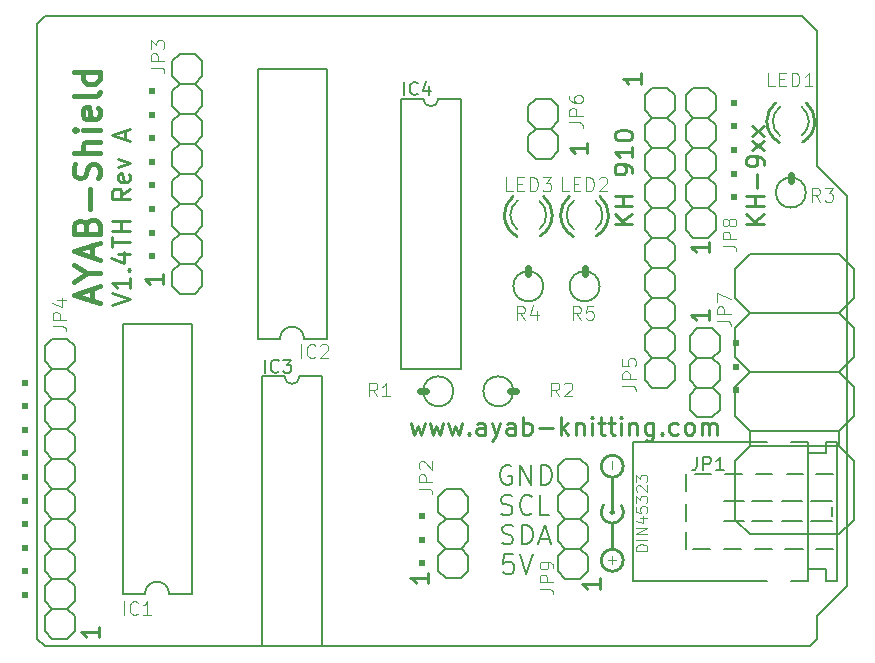
<source format=gbr>
%TF.GenerationSoftware,KiCad,Pcbnew,(6.0.10-0)*%
%TF.CreationDate,2024-08-12T21:49:00-07:00*%
%TF.ProjectId,arduino_shield,61726475-696e-46f5-9f73-6869656c642e,1.4TH Rev A*%
%TF.SameCoordinates,Original*%
%TF.FileFunction,Legend,Top*%
%TF.FilePolarity,Positive*%
%FSLAX46Y46*%
G04 Gerber Fmt 4.6, Leading zero omitted, Abs format (unit mm)*
G04 Created by KiCad (PCBNEW (6.0.10-0)) date 2024-08-12 21:49:00*
%MOMM*%
%LPD*%
G01*
G04 APERTURE LIST*
%ADD10C,0.254000*%
%ADD11C,0.142240*%
%ADD12C,0.266700*%
%ADD13C,0.101600*%
%ADD14C,0.381000*%
%ADD15C,0.160020*%
%ADD16C,0.114300*%
%ADD17C,0.081280*%
%ADD18C,0.091440*%
%ADD19C,0.130861*%
%ADD20C,0.152400*%
%ADD21C,0.203200*%
%ADD22C,0.609600*%
%ADD23C,0.127000*%
G04 APERTURE END LIST*
D10*
X164933156Y-124396500D02*
G75*
G03*
X164933156Y-124396500I-925356J0D01*
G01*
X164933156Y-116433600D02*
G75*
G03*
X164933156Y-116433600I-925356J0D01*
G01*
X164140390Y-120332500D02*
G75*
G03*
X164140390Y-120332500I-132590J0D01*
G01*
X163258506Y-119722905D02*
G75*
G03*
X164795200Y-119773700I749694J-589695D01*
G01*
X164007800Y-123456700D02*
X164007800Y-121272300D01*
X164007800Y-117373400D02*
X164007800Y-120332500D01*
D11*
X154696329Y-122945313D02*
X154930009Y-123023206D01*
X155319476Y-123023206D01*
X155475262Y-122945313D01*
X155553156Y-122867420D01*
X155631049Y-122711633D01*
X155631049Y-122555846D01*
X155553156Y-122400060D01*
X155475262Y-122322166D01*
X155319476Y-122244273D01*
X155007902Y-122166380D01*
X154852116Y-122088486D01*
X154774222Y-122010593D01*
X154696329Y-121854806D01*
X154696329Y-121699020D01*
X154774222Y-121543233D01*
X154852116Y-121465340D01*
X155007902Y-121387446D01*
X155397369Y-121387446D01*
X155631049Y-121465340D01*
X156332089Y-123023206D02*
X156332089Y-121387446D01*
X156721556Y-121387446D01*
X156955236Y-121465340D01*
X157111022Y-121621126D01*
X157188916Y-121776913D01*
X157266809Y-122088486D01*
X157266809Y-122322166D01*
X157188916Y-122633740D01*
X157111022Y-122789526D01*
X156955236Y-122945313D01*
X156721556Y-123023206D01*
X156332089Y-123023206D01*
X157889956Y-122555846D02*
X158668889Y-122555846D01*
X157734169Y-123023206D02*
X158279422Y-121387446D01*
X158824676Y-123023206D01*
D12*
X161903833Y-89073778D02*
X161903833Y-89937378D01*
X161903833Y-89505578D02*
X160392533Y-89505578D01*
X160608433Y-89649511D01*
X160752366Y-89793445D01*
X160824333Y-89937378D01*
X172178033Y-97425178D02*
X172178033Y-98288778D01*
X172178033Y-97856978D02*
X170666733Y-97856978D01*
X170882633Y-98000911D01*
X171026566Y-98144845D01*
X171098533Y-98288778D01*
D13*
X164008802Y-116682983D02*
X164008802Y-115986298D01*
D12*
X120527233Y-130001221D02*
X120527233Y-130864821D01*
X120527233Y-130433021D02*
X119015933Y-130433021D01*
X119231833Y-130576955D01*
X119375766Y-130720888D01*
X119447733Y-130864821D01*
X166428033Y-83175178D02*
X166428033Y-84038778D01*
X166428033Y-83606978D02*
X164916733Y-83606978D01*
X165132633Y-83750911D01*
X165276566Y-83894845D01*
X165348533Y-84038778D01*
D11*
X155453249Y-116423440D02*
X155297462Y-116345546D01*
X155063782Y-116345546D01*
X154830102Y-116423440D01*
X154674316Y-116579226D01*
X154596422Y-116735013D01*
X154518529Y-117046586D01*
X154518529Y-117280266D01*
X154596422Y-117591840D01*
X154674316Y-117747626D01*
X154830102Y-117903413D01*
X155063782Y-117981306D01*
X155219569Y-117981306D01*
X155453249Y-117903413D01*
X155531142Y-117825520D01*
X155531142Y-117280266D01*
X155219569Y-117280266D01*
X156232182Y-117981306D02*
X156232182Y-116345546D01*
X157166902Y-117981306D01*
X157166902Y-116345546D01*
X157945836Y-117981306D02*
X157945836Y-116345546D01*
X158335302Y-116345546D01*
X158568982Y-116423440D01*
X158724769Y-116579226D01*
X158802662Y-116735013D01*
X158880556Y-117046586D01*
X158880556Y-117280266D01*
X158802662Y-117591840D01*
X158724769Y-117747626D01*
X158568982Y-117903413D01*
X158335302Y-117981306D01*
X157945836Y-117981306D01*
D12*
X146964611Y-112737900D02*
X147252478Y-113745433D01*
X147540345Y-113025766D01*
X147828211Y-113745433D01*
X148116078Y-112737900D01*
X148547878Y-112737900D02*
X148835745Y-113745433D01*
X149123611Y-113025766D01*
X149411478Y-113745433D01*
X149699345Y-112737900D01*
X150131145Y-112737900D02*
X150419011Y-113745433D01*
X150706878Y-113025766D01*
X150994745Y-113745433D01*
X151282611Y-112737900D01*
X151858345Y-113601500D02*
X151930311Y-113673466D01*
X151858345Y-113745433D01*
X151786378Y-113673466D01*
X151858345Y-113601500D01*
X151858345Y-113745433D01*
X153225711Y-113745433D02*
X153225711Y-112953800D01*
X153153745Y-112809866D01*
X153009811Y-112737900D01*
X152721945Y-112737900D01*
X152578011Y-112809866D01*
X153225711Y-113673466D02*
X153081778Y-113745433D01*
X152721945Y-113745433D01*
X152578011Y-113673466D01*
X152506045Y-113529533D01*
X152506045Y-113385600D01*
X152578011Y-113241666D01*
X152721945Y-113169700D01*
X153081778Y-113169700D01*
X153225711Y-113097733D01*
X153801445Y-112737900D02*
X154161278Y-113745433D01*
X154521111Y-112737900D02*
X154161278Y-113745433D01*
X154017345Y-114105266D01*
X153945378Y-114177233D01*
X153801445Y-114249200D01*
X155744545Y-113745433D02*
X155744545Y-112953800D01*
X155672578Y-112809866D01*
X155528645Y-112737900D01*
X155240778Y-112737900D01*
X155096845Y-112809866D01*
X155744545Y-113673466D02*
X155600611Y-113745433D01*
X155240778Y-113745433D01*
X155096845Y-113673466D01*
X155024878Y-113529533D01*
X155024878Y-113385600D01*
X155096845Y-113241666D01*
X155240778Y-113169700D01*
X155600611Y-113169700D01*
X155744545Y-113097733D01*
X156464211Y-113745433D02*
X156464211Y-112234133D01*
X156464211Y-112809866D02*
X156608145Y-112737900D01*
X156896011Y-112737900D01*
X157039945Y-112809866D01*
X157111911Y-112881833D01*
X157183878Y-113025766D01*
X157183878Y-113457566D01*
X157111911Y-113601500D01*
X157039945Y-113673466D01*
X156896011Y-113745433D01*
X156608145Y-113745433D01*
X156464211Y-113673466D01*
X157831578Y-113169700D02*
X158983045Y-113169700D01*
X159702711Y-113745433D02*
X159702711Y-112234133D01*
X159846645Y-113169700D02*
X160278445Y-113745433D01*
X160278445Y-112737900D02*
X159702711Y-113313633D01*
X160926145Y-112737900D02*
X160926145Y-113745433D01*
X160926145Y-112881833D02*
X160998111Y-112809866D01*
X161142045Y-112737900D01*
X161357945Y-112737900D01*
X161501878Y-112809866D01*
X161573845Y-112953800D01*
X161573845Y-113745433D01*
X162293511Y-113745433D02*
X162293511Y-112737900D01*
X162293511Y-112234133D02*
X162221545Y-112306100D01*
X162293511Y-112378066D01*
X162365478Y-112306100D01*
X162293511Y-112234133D01*
X162293511Y-112378066D01*
X162797278Y-112737900D02*
X163373011Y-112737900D01*
X163013178Y-112234133D02*
X163013178Y-113529533D01*
X163085145Y-113673466D01*
X163229078Y-113745433D01*
X163373011Y-113745433D01*
X163660878Y-112737900D02*
X164236611Y-112737900D01*
X163876778Y-112234133D02*
X163876778Y-113529533D01*
X163948745Y-113673466D01*
X164092678Y-113745433D01*
X164236611Y-113745433D01*
X164740378Y-113745433D02*
X164740378Y-112737900D01*
X164740378Y-112234133D02*
X164668411Y-112306100D01*
X164740378Y-112378066D01*
X164812345Y-112306100D01*
X164740378Y-112234133D01*
X164740378Y-112378066D01*
X165460045Y-112737900D02*
X165460045Y-113745433D01*
X165460045Y-112881833D02*
X165532011Y-112809866D01*
X165675945Y-112737900D01*
X165891845Y-112737900D01*
X166035778Y-112809866D01*
X166107745Y-112953800D01*
X166107745Y-113745433D01*
X167475111Y-112737900D02*
X167475111Y-113961333D01*
X167403145Y-114105266D01*
X167331178Y-114177233D01*
X167187245Y-114249200D01*
X166971345Y-114249200D01*
X166827411Y-114177233D01*
X167475111Y-113673466D02*
X167331178Y-113745433D01*
X167043311Y-113745433D01*
X166899378Y-113673466D01*
X166827411Y-113601500D01*
X166755445Y-113457566D01*
X166755445Y-113025766D01*
X166827411Y-112881833D01*
X166899378Y-112809866D01*
X167043311Y-112737900D01*
X167331178Y-112737900D01*
X167475111Y-112809866D01*
X168194778Y-113601500D02*
X168266745Y-113673466D01*
X168194778Y-113745433D01*
X168122811Y-113673466D01*
X168194778Y-113601500D01*
X168194778Y-113745433D01*
X169562145Y-113673466D02*
X169418211Y-113745433D01*
X169130345Y-113745433D01*
X168986411Y-113673466D01*
X168914445Y-113601500D01*
X168842478Y-113457566D01*
X168842478Y-113025766D01*
X168914445Y-112881833D01*
X168986411Y-112809866D01*
X169130345Y-112737900D01*
X169418211Y-112737900D01*
X169562145Y-112809866D01*
X170425745Y-113745433D02*
X170281811Y-113673466D01*
X170209845Y-113601500D01*
X170137878Y-113457566D01*
X170137878Y-113025766D01*
X170209845Y-112881833D01*
X170281811Y-112809866D01*
X170425745Y-112737900D01*
X170641645Y-112737900D01*
X170785578Y-112809866D01*
X170857545Y-112881833D01*
X170929511Y-113025766D01*
X170929511Y-113457566D01*
X170857545Y-113601500D01*
X170785578Y-113673466D01*
X170641645Y-113745433D01*
X170425745Y-113745433D01*
X171577211Y-113745433D02*
X171577211Y-112737900D01*
X171577211Y-112881833D02*
X171649178Y-112809866D01*
X171793111Y-112737900D01*
X172009011Y-112737900D01*
X172152945Y-112809866D01*
X172224911Y-112953800D01*
X172224911Y-113745433D01*
X172224911Y-112953800D02*
X172296878Y-112809866D01*
X172440811Y-112737900D01*
X172656711Y-112737900D01*
X172800645Y-112809866D01*
X172872611Y-112953800D01*
X172872611Y-113745433D01*
X148428033Y-125425178D02*
X148428033Y-126288778D01*
X148428033Y-125856978D02*
X146916733Y-125856978D01*
X147132633Y-126000911D01*
X147276566Y-126144845D01*
X147348533Y-126288778D01*
D11*
X154620129Y-120443413D02*
X154853809Y-120521306D01*
X155243276Y-120521306D01*
X155399062Y-120443413D01*
X155476956Y-120365520D01*
X155554849Y-120209733D01*
X155554849Y-120053946D01*
X155476956Y-119898160D01*
X155399062Y-119820266D01*
X155243276Y-119742373D01*
X154931702Y-119664480D01*
X154775916Y-119586586D01*
X154698022Y-119508693D01*
X154620129Y-119352906D01*
X154620129Y-119197120D01*
X154698022Y-119041333D01*
X154775916Y-118963440D01*
X154931702Y-118885546D01*
X155321169Y-118885546D01*
X155554849Y-118963440D01*
X157190609Y-120365520D02*
X157112716Y-120443413D01*
X156879036Y-120521306D01*
X156723249Y-120521306D01*
X156489569Y-120443413D01*
X156333782Y-120287626D01*
X156255889Y-120131840D01*
X156177996Y-119820266D01*
X156177996Y-119586586D01*
X156255889Y-119275013D01*
X156333782Y-119119226D01*
X156489569Y-118963440D01*
X156723249Y-118885546D01*
X156879036Y-118885546D01*
X157112716Y-118963440D01*
X157190609Y-119041333D01*
X158670582Y-120521306D02*
X157891649Y-120521306D01*
X157891649Y-118885546D01*
D13*
X164008802Y-124744800D02*
X164008802Y-124048115D01*
X164357145Y-124396457D02*
X163660459Y-124396457D01*
D12*
X172178033Y-103175178D02*
X172178033Y-104038778D01*
X172178033Y-103606978D02*
X170666733Y-103606978D01*
X170882633Y-103750911D01*
X171026566Y-103894845D01*
X171098533Y-104038778D01*
D14*
X119981133Y-102439711D02*
X119981133Y-101411616D01*
X120597990Y-102645330D02*
X118438990Y-101925664D01*
X120597990Y-101205997D01*
X119569895Y-100075092D02*
X120597990Y-100075092D01*
X118438990Y-100794759D02*
X119569895Y-100075092D01*
X118438990Y-99355426D01*
X119981133Y-98738569D02*
X119981133Y-97710473D01*
X120597990Y-98944188D02*
X118438990Y-98224521D01*
X120597990Y-97504854D01*
X119467085Y-96065521D02*
X119569895Y-95757092D01*
X119672704Y-95654283D01*
X119878323Y-95551473D01*
X120186752Y-95551473D01*
X120392371Y-95654283D01*
X120495180Y-95757092D01*
X120597990Y-95962711D01*
X120597990Y-96785188D01*
X118438990Y-96785188D01*
X118438990Y-96065521D01*
X118541800Y-95859902D01*
X118644609Y-95757092D01*
X118850228Y-95654283D01*
X119055847Y-95654283D01*
X119261466Y-95757092D01*
X119364276Y-95859902D01*
X119467085Y-96065521D01*
X119467085Y-96785188D01*
X119775514Y-94626188D02*
X119775514Y-92981235D01*
X120495180Y-92055950D02*
X120597990Y-91747521D01*
X120597990Y-91233473D01*
X120495180Y-91027854D01*
X120392371Y-90925045D01*
X120186752Y-90822235D01*
X119981133Y-90822235D01*
X119775514Y-90925045D01*
X119672704Y-91027854D01*
X119569895Y-91233473D01*
X119467085Y-91644711D01*
X119364276Y-91850330D01*
X119261466Y-91953140D01*
X119055847Y-92055950D01*
X118850228Y-92055950D01*
X118644609Y-91953140D01*
X118541800Y-91850330D01*
X118438990Y-91644711D01*
X118438990Y-91130664D01*
X118541800Y-90822235D01*
X120597990Y-89896950D02*
X118438990Y-89896950D01*
X120597990Y-88971664D02*
X119467085Y-88971664D01*
X119261466Y-89074473D01*
X119158657Y-89280092D01*
X119158657Y-89588521D01*
X119261466Y-89794140D01*
X119364276Y-89896950D01*
X120597990Y-87943569D02*
X119158657Y-87943569D01*
X118438990Y-87943569D02*
X118541800Y-88046378D01*
X118644609Y-87943569D01*
X118541800Y-87840759D01*
X118438990Y-87943569D01*
X118644609Y-87943569D01*
X120495180Y-86092997D02*
X120597990Y-86298616D01*
X120597990Y-86709854D01*
X120495180Y-86915473D01*
X120289561Y-87018283D01*
X119467085Y-87018283D01*
X119261466Y-86915473D01*
X119158657Y-86709854D01*
X119158657Y-86298616D01*
X119261466Y-86092997D01*
X119467085Y-85990188D01*
X119672704Y-85990188D01*
X119878323Y-87018283D01*
X120597990Y-84756473D02*
X120495180Y-84962092D01*
X120289561Y-85064902D01*
X118438990Y-85064902D01*
X120597990Y-83008711D02*
X118438990Y-83008711D01*
X120495180Y-83008711D02*
X120597990Y-83214330D01*
X120597990Y-83625569D01*
X120495180Y-83831188D01*
X120392371Y-83933997D01*
X120186752Y-84036807D01*
X119569895Y-84036807D01*
X119364276Y-83933997D01*
X119261466Y-83831188D01*
X119158657Y-83625569D01*
X119158657Y-83214330D01*
X119261466Y-83008711D01*
D12*
X121657533Y-102781311D02*
X123168833Y-102277545D01*
X121657533Y-101773778D01*
X123168833Y-100478378D02*
X123168833Y-101341978D01*
X123168833Y-100910178D02*
X121657533Y-100910178D01*
X121873433Y-101054111D01*
X122017366Y-101198045D01*
X122089333Y-101341978D01*
X123024900Y-99830678D02*
X123096866Y-99758711D01*
X123168833Y-99830678D01*
X123096866Y-99902645D01*
X123024900Y-99830678D01*
X123168833Y-99830678D01*
X122161300Y-98463311D02*
X123168833Y-98463311D01*
X121585566Y-98823145D02*
X122665066Y-99182978D01*
X122665066Y-98247411D01*
X121657533Y-97887578D02*
X121657533Y-97023978D01*
X123168833Y-97455778D02*
X121657533Y-97455778D01*
X123168833Y-96520211D02*
X121657533Y-96520211D01*
X122377200Y-96520211D02*
X122377200Y-95656611D01*
X123168833Y-95656611D02*
X121657533Y-95656611D01*
X123168833Y-92921878D02*
X122449166Y-93425645D01*
X123168833Y-93785478D02*
X121657533Y-93785478D01*
X121657533Y-93209745D01*
X121729500Y-93065811D01*
X121801466Y-92993845D01*
X121945400Y-92921878D01*
X122161300Y-92921878D01*
X122305233Y-92993845D01*
X122377200Y-93065811D01*
X122449166Y-93209745D01*
X122449166Y-93785478D01*
X123096866Y-91698445D02*
X123168833Y-91842378D01*
X123168833Y-92130245D01*
X123096866Y-92274178D01*
X122952933Y-92346145D01*
X122377200Y-92346145D01*
X122233266Y-92274178D01*
X122161300Y-92130245D01*
X122161300Y-91842378D01*
X122233266Y-91698445D01*
X122377200Y-91626478D01*
X122521133Y-91626478D01*
X122665066Y-92346145D01*
X122161300Y-91122711D02*
X123168833Y-90762878D01*
X122161300Y-90403045D01*
X122737033Y-88747811D02*
X122737033Y-88028145D01*
X123168833Y-88891745D02*
X121657533Y-88387978D01*
X123168833Y-87884211D01*
X125928033Y-100175178D02*
X125928033Y-101038778D01*
X125928033Y-100606978D02*
X124416733Y-100606978D01*
X124632633Y-100750911D01*
X124776566Y-100894845D01*
X124848533Y-101038778D01*
X176877133Y-95923311D02*
X175365833Y-95923311D01*
X176877133Y-95059711D02*
X176013533Y-95707411D01*
X175365833Y-95059711D02*
X176229433Y-95923311D01*
X176877133Y-94412011D02*
X175365833Y-94412011D01*
X176085500Y-94412011D02*
X176085500Y-93548411D01*
X176877133Y-93548411D02*
X175365833Y-93548411D01*
X176301400Y-92828745D02*
X176301400Y-91677278D01*
X176877133Y-90885645D02*
X176877133Y-90597778D01*
X176805166Y-90453845D01*
X176733200Y-90381878D01*
X176517300Y-90237945D01*
X176229433Y-90165978D01*
X175653700Y-90165978D01*
X175509766Y-90237945D01*
X175437800Y-90309911D01*
X175365833Y-90453845D01*
X175365833Y-90741711D01*
X175437800Y-90885645D01*
X175509766Y-90957611D01*
X175653700Y-91029578D01*
X176013533Y-91029578D01*
X176157466Y-90957611D01*
X176229433Y-90885645D01*
X176301400Y-90741711D01*
X176301400Y-90453845D01*
X176229433Y-90309911D01*
X176157466Y-90237945D01*
X176013533Y-90165978D01*
X176877133Y-89662211D02*
X175869600Y-88870578D01*
X175869600Y-89662211D02*
X176877133Y-88870578D01*
X176877133Y-88438778D02*
X175869600Y-87647145D01*
X175869600Y-88438778D02*
X176877133Y-87647145D01*
X165713833Y-95897911D02*
X164202533Y-95897911D01*
X165713833Y-95034311D02*
X164850233Y-95682011D01*
X164202533Y-95034311D02*
X165066133Y-95897911D01*
X165713833Y-94386611D02*
X164202533Y-94386611D01*
X164922200Y-94386611D02*
X164922200Y-93523011D01*
X165713833Y-93523011D02*
X164202533Y-93523011D01*
X165713833Y-91579911D02*
X165713833Y-91292045D01*
X165641866Y-91148111D01*
X165569900Y-91076145D01*
X165354000Y-90932211D01*
X165066133Y-90860245D01*
X164490400Y-90860245D01*
X164346466Y-90932211D01*
X164274500Y-91004178D01*
X164202533Y-91148111D01*
X164202533Y-91435978D01*
X164274500Y-91579911D01*
X164346466Y-91651878D01*
X164490400Y-91723845D01*
X164850233Y-91723845D01*
X164994166Y-91651878D01*
X165066133Y-91579911D01*
X165138100Y-91435978D01*
X165138100Y-91148111D01*
X165066133Y-91004178D01*
X164994166Y-90932211D01*
X164850233Y-90860245D01*
X165713833Y-89420911D02*
X165713833Y-90284511D01*
X165713833Y-89852711D02*
X164202533Y-89852711D01*
X164418433Y-89996645D01*
X164562366Y-90140578D01*
X164634333Y-90284511D01*
X164202533Y-88485345D02*
X164202533Y-88341411D01*
X164274500Y-88197478D01*
X164346466Y-88125511D01*
X164490400Y-88053545D01*
X164778266Y-87981578D01*
X165138100Y-87981578D01*
X165425966Y-88053545D01*
X165569900Y-88125511D01*
X165641866Y-88197478D01*
X165713833Y-88341411D01*
X165713833Y-88485345D01*
X165641866Y-88629278D01*
X165569900Y-88701245D01*
X165425966Y-88773211D01*
X165138100Y-88845178D01*
X164778266Y-88845178D01*
X164490400Y-88773211D01*
X164346466Y-88701245D01*
X164274500Y-88629278D01*
X164202533Y-88485345D01*
D11*
X155642056Y-123889346D02*
X154863122Y-123889346D01*
X154785229Y-124668280D01*
X154863122Y-124590386D01*
X155018909Y-124512493D01*
X155408376Y-124512493D01*
X155564162Y-124590386D01*
X155642056Y-124668280D01*
X155719949Y-124824066D01*
X155719949Y-125213533D01*
X155642056Y-125369320D01*
X155564162Y-125447213D01*
X155408376Y-125525106D01*
X155018909Y-125525106D01*
X154863122Y-125447213D01*
X154785229Y-125369320D01*
X156187309Y-123889346D02*
X156732562Y-125525106D01*
X157277816Y-123889346D01*
D12*
X162928033Y-125925178D02*
X162928033Y-126788778D01*
X162928033Y-126356978D02*
X161416733Y-126356978D01*
X161632633Y-126500911D01*
X161776566Y-126644845D01*
X161848533Y-126788778D01*
D15*
%TO.C,IC4*%
X146368293Y-85002133D02*
X146368293Y-83892153D01*
X147531130Y-84896421D02*
X147478273Y-84949277D01*
X147319705Y-85002133D01*
X147213993Y-85002133D01*
X147055424Y-84949277D01*
X146949712Y-84843565D01*
X146896855Y-84737852D01*
X146843999Y-84526428D01*
X146843999Y-84367859D01*
X146896855Y-84156434D01*
X146949712Y-84050722D01*
X147055424Y-83945010D01*
X147213993Y-83892153D01*
X147319705Y-83892153D01*
X147478273Y-83945010D01*
X147531130Y-83997866D01*
X148482541Y-84262147D02*
X148482541Y-85002133D01*
X148218260Y-83839297D02*
X147953979Y-84632140D01*
X148641110Y-84632140D01*
D16*
%TO.C,JP6*%
X160367116Y-87320338D02*
X161192616Y-87320338D01*
X161357716Y-87375371D01*
X161467783Y-87485438D01*
X161522816Y-87650538D01*
X161522816Y-87760605D01*
X161522816Y-86770005D02*
X160367116Y-86770005D01*
X160367116Y-86329738D01*
X160422150Y-86219671D01*
X160477183Y-86164638D01*
X160587250Y-86109605D01*
X160752350Y-86109605D01*
X160862416Y-86164638D01*
X160917450Y-86219671D01*
X160972483Y-86329738D01*
X160972483Y-86770005D01*
X160367116Y-85119005D02*
X160367116Y-85339138D01*
X160422150Y-85449205D01*
X160477183Y-85504238D01*
X160642283Y-85614305D01*
X160862416Y-85669338D01*
X161302683Y-85669338D01*
X161412750Y-85614305D01*
X161467783Y-85559271D01*
X161522816Y-85449205D01*
X161522816Y-85229071D01*
X161467783Y-85119005D01*
X161412750Y-85063971D01*
X161302683Y-85008938D01*
X161027516Y-85008938D01*
X160917450Y-85063971D01*
X160862416Y-85119005D01*
X160807383Y-85229071D01*
X160807383Y-85449205D01*
X160862416Y-85559271D01*
X160917450Y-85614305D01*
X161027516Y-85669338D01*
D17*
%TO.C,X1*%
X166955489Y-123568215D02*
X166020769Y-123568215D01*
X166020769Y-123345663D01*
X166065280Y-123212131D01*
X166154300Y-123123110D01*
X166243321Y-123078600D01*
X166421363Y-123034089D01*
X166554895Y-123034089D01*
X166732937Y-123078600D01*
X166821958Y-123123110D01*
X166910979Y-123212131D01*
X166955489Y-123345663D01*
X166955489Y-123568215D01*
X166955489Y-122633495D02*
X166020769Y-122633495D01*
X166955489Y-122188390D02*
X166020769Y-122188390D01*
X166955489Y-121654265D01*
X166020769Y-121654265D01*
X166332342Y-120808566D02*
X166955489Y-120808566D01*
X165976259Y-121031118D02*
X166643916Y-121253670D01*
X166643916Y-120675034D01*
X166020769Y-119873846D02*
X166020769Y-120318950D01*
X166465874Y-120363461D01*
X166421363Y-120318950D01*
X166376853Y-120229929D01*
X166376853Y-120007377D01*
X166421363Y-119918356D01*
X166465874Y-119873846D01*
X166554895Y-119829335D01*
X166777447Y-119829335D01*
X166866468Y-119873846D01*
X166910979Y-119918356D01*
X166955489Y-120007377D01*
X166955489Y-120229929D01*
X166910979Y-120318950D01*
X166866468Y-120363461D01*
X166020769Y-119517762D02*
X166020769Y-118939126D01*
X166376853Y-119250699D01*
X166376853Y-119117168D01*
X166421363Y-119028147D01*
X166465874Y-118983636D01*
X166554895Y-118939126D01*
X166777447Y-118939126D01*
X166866468Y-118983636D01*
X166910979Y-119028147D01*
X166955489Y-119117168D01*
X166955489Y-119384230D01*
X166910979Y-119473251D01*
X166866468Y-119517762D01*
X166109790Y-118583042D02*
X166065280Y-118538531D01*
X166020769Y-118449510D01*
X166020769Y-118226958D01*
X166065280Y-118137937D01*
X166109790Y-118093427D01*
X166198811Y-118048916D01*
X166287832Y-118048916D01*
X166421363Y-118093427D01*
X166955489Y-118627552D01*
X166955489Y-118048916D01*
X166020769Y-117737343D02*
X166020769Y-117158707D01*
X166376853Y-117470280D01*
X166376853Y-117336748D01*
X166421363Y-117247728D01*
X166465874Y-117203217D01*
X166554895Y-117158707D01*
X166777447Y-117158707D01*
X166866468Y-117203217D01*
X166910979Y-117247728D01*
X166955489Y-117336748D01*
X166955489Y-117603811D01*
X166910979Y-117692832D01*
X166866468Y-117737343D01*
D16*
%TO.C,JP4*%
X116617116Y-104570338D02*
X117442616Y-104570338D01*
X117607716Y-104625371D01*
X117717783Y-104735438D01*
X117772816Y-104900538D01*
X117772816Y-105010605D01*
X117772816Y-104020005D02*
X116617116Y-104020005D01*
X116617116Y-103579738D01*
X116672150Y-103469671D01*
X116727183Y-103414638D01*
X116837250Y-103359605D01*
X117002350Y-103359605D01*
X117112416Y-103414638D01*
X117167450Y-103469671D01*
X117222483Y-103579738D01*
X117222483Y-104020005D01*
X117002350Y-102369005D02*
X117772816Y-102369005D01*
X116562083Y-102644171D02*
X117387583Y-102919338D01*
X117387583Y-102203905D01*
%TO.C,R1*%
X144104905Y-110522816D02*
X143719671Y-109972483D01*
X143444505Y-110522816D02*
X143444505Y-109367116D01*
X143884771Y-109367116D01*
X143994838Y-109422150D01*
X144049871Y-109477183D01*
X144104905Y-109587250D01*
X144104905Y-109752350D01*
X144049871Y-109862416D01*
X143994838Y-109917450D01*
X143884771Y-109972483D01*
X143444505Y-109972483D01*
X145205571Y-110522816D02*
X144545171Y-110522816D01*
X144875371Y-110522816D02*
X144875371Y-109367116D01*
X144765305Y-109532216D01*
X144655238Y-109642283D01*
X144545171Y-109697316D01*
D15*
%TO.C,IC3*%
X134618293Y-108502133D02*
X134618293Y-107392153D01*
X135781130Y-108396421D02*
X135728273Y-108449277D01*
X135569705Y-108502133D01*
X135463993Y-108502133D01*
X135305424Y-108449277D01*
X135199712Y-108343565D01*
X135146855Y-108237852D01*
X135093999Y-108026428D01*
X135093999Y-107867859D01*
X135146855Y-107656434D01*
X135199712Y-107550722D01*
X135305424Y-107445010D01*
X135463993Y-107392153D01*
X135569705Y-107392153D01*
X135728273Y-107445010D01*
X135781130Y-107497866D01*
X136151123Y-107392153D02*
X136838253Y-107392153D01*
X136468260Y-107815003D01*
X136626829Y-107815003D01*
X136732541Y-107867859D01*
X136785397Y-107920715D01*
X136838253Y-108026428D01*
X136838253Y-108290709D01*
X136785397Y-108396421D01*
X136732541Y-108449277D01*
X136626829Y-108502133D01*
X136309692Y-108502133D01*
X136203979Y-108449277D01*
X136151123Y-108396421D01*
D16*
%TO.C,R5*%
X161354905Y-104022816D02*
X160969671Y-103472483D01*
X160694505Y-104022816D02*
X160694505Y-102867116D01*
X161134771Y-102867116D01*
X161244838Y-102922150D01*
X161299871Y-102977183D01*
X161354905Y-103087250D01*
X161354905Y-103252350D01*
X161299871Y-103362416D01*
X161244838Y-103417450D01*
X161134771Y-103472483D01*
X160694505Y-103472483D01*
X162400538Y-102867116D02*
X161850205Y-102867116D01*
X161795171Y-103417450D01*
X161850205Y-103362416D01*
X161960271Y-103307383D01*
X162235438Y-103307383D01*
X162345505Y-103362416D01*
X162400538Y-103417450D01*
X162455571Y-103527516D01*
X162455571Y-103802683D01*
X162400538Y-103912750D01*
X162345505Y-103967783D01*
X162235438Y-104022816D01*
X161960271Y-104022816D01*
X161850205Y-103967783D01*
X161795171Y-103912750D01*
%TO.C,LED1*%
X177763638Y-84272816D02*
X177213305Y-84272816D01*
X177213305Y-83117116D01*
X178148871Y-83667450D02*
X178534105Y-83667450D01*
X178699205Y-84272816D02*
X178148871Y-84272816D01*
X178148871Y-83117116D01*
X178699205Y-83117116D01*
X179194505Y-84272816D02*
X179194505Y-83117116D01*
X179469671Y-83117116D01*
X179634771Y-83172150D01*
X179744838Y-83282216D01*
X179799871Y-83392283D01*
X179854905Y-83612416D01*
X179854905Y-83777516D01*
X179799871Y-83997650D01*
X179744838Y-84107716D01*
X179634771Y-84217783D01*
X179469671Y-84272816D01*
X179194505Y-84272816D01*
X180955571Y-84272816D02*
X180295171Y-84272816D01*
X180625371Y-84272816D02*
X180625371Y-83117116D01*
X180515305Y-83282216D01*
X180405238Y-83392283D01*
X180295171Y-83447316D01*
%TO.C,R4*%
X156604905Y-104022816D02*
X156219671Y-103472483D01*
X155944505Y-104022816D02*
X155944505Y-102867116D01*
X156384771Y-102867116D01*
X156494838Y-102922150D01*
X156549871Y-102977183D01*
X156604905Y-103087250D01*
X156604905Y-103252350D01*
X156549871Y-103362416D01*
X156494838Y-103417450D01*
X156384771Y-103472483D01*
X155944505Y-103472483D01*
X157595505Y-103252350D02*
X157595505Y-104022816D01*
X157320338Y-102812083D02*
X157045171Y-103637583D01*
X157760605Y-103637583D01*
%TO.C,JP3*%
X124932016Y-82670438D02*
X125757516Y-82670438D01*
X125922616Y-82725471D01*
X126032683Y-82835538D01*
X126087716Y-83000638D01*
X126087716Y-83110705D01*
X126087716Y-82120105D02*
X124932016Y-82120105D01*
X124932016Y-81679838D01*
X124987050Y-81569771D01*
X125042083Y-81514738D01*
X125152150Y-81459705D01*
X125317250Y-81459705D01*
X125427316Y-81514738D01*
X125482350Y-81569771D01*
X125537383Y-81679838D01*
X125537383Y-82120105D01*
X124932016Y-81074471D02*
X124932016Y-80359038D01*
X125372283Y-80744271D01*
X125372283Y-80579171D01*
X125427316Y-80469105D01*
X125482350Y-80414071D01*
X125592416Y-80359038D01*
X125867583Y-80359038D01*
X125977650Y-80414071D01*
X126032683Y-80469105D01*
X126087716Y-80579171D01*
X126087716Y-80909371D01*
X126032683Y-81019438D01*
X125977650Y-81074471D01*
D18*
%TO.C,LED3*%
X155574564Y-93154258D02*
X155013345Y-93154258D01*
X155013345Y-91975698D01*
X155967417Y-92536917D02*
X156360271Y-92536917D01*
X156528636Y-93154258D02*
X155967417Y-93154258D01*
X155967417Y-91975698D01*
X156528636Y-91975698D01*
X157033734Y-93154258D02*
X157033734Y-91975698D01*
X157314343Y-91975698D01*
X157482709Y-92031820D01*
X157594953Y-92144063D01*
X157651075Y-92256307D01*
X157707196Y-92480795D01*
X157707196Y-92649160D01*
X157651075Y-92873648D01*
X157594953Y-92985892D01*
X157482709Y-93098136D01*
X157314343Y-93154258D01*
X157033734Y-93154258D01*
X158100050Y-91975698D02*
X158829635Y-91975698D01*
X158436781Y-92424673D01*
X158605147Y-92424673D01*
X158717391Y-92480795D01*
X158773513Y-92536917D01*
X158829635Y-92649160D01*
X158829635Y-92929770D01*
X158773513Y-93042014D01*
X158717391Y-93098136D01*
X158605147Y-93154258D01*
X158268416Y-93154258D01*
X158156172Y-93098136D01*
X158100050Y-93042014D01*
D16*
%TO.C,JP7*%
X172867116Y-104105828D02*
X173692616Y-104105828D01*
X173857716Y-104160861D01*
X173967783Y-104270928D01*
X174022816Y-104436028D01*
X174022816Y-104546095D01*
X174022816Y-103555495D02*
X172867116Y-103555495D01*
X172867116Y-103115228D01*
X172922150Y-103005161D01*
X172977183Y-102950128D01*
X173087250Y-102895095D01*
X173252350Y-102895095D01*
X173362416Y-102950128D01*
X173417450Y-103005161D01*
X173472483Y-103115228D01*
X173472483Y-103555495D01*
X172867116Y-102509861D02*
X172867116Y-101739395D01*
X174022816Y-102234695D01*
%TO.C,R2*%
X159509861Y-110522816D02*
X159124628Y-109972483D01*
X158849461Y-110522816D02*
X158849461Y-109367116D01*
X159289728Y-109367116D01*
X159399795Y-109422150D01*
X159454828Y-109477183D01*
X159509861Y-109587250D01*
X159509861Y-109752350D01*
X159454828Y-109862416D01*
X159399795Y-109917450D01*
X159289728Y-109972483D01*
X158849461Y-109972483D01*
X159950128Y-109477183D02*
X160005161Y-109422150D01*
X160115228Y-109367116D01*
X160390395Y-109367116D01*
X160500461Y-109422150D01*
X160555495Y-109477183D01*
X160610528Y-109587250D01*
X160610528Y-109697316D01*
X160555495Y-109862416D01*
X159895095Y-110522816D01*
X160610528Y-110522816D01*
D19*
%TO.C,JP1*%
X171181751Y-115626185D02*
X171181751Y-116439856D01*
X171127506Y-116602590D01*
X171019017Y-116711080D01*
X170856283Y-116765324D01*
X170747793Y-116765324D01*
X171724198Y-116765324D02*
X171724198Y-115626185D01*
X172158156Y-115626185D01*
X172266645Y-115680430D01*
X172320890Y-115734675D01*
X172375135Y-115843164D01*
X172375135Y-116005898D01*
X172320890Y-116114388D01*
X172266645Y-116168632D01*
X172158156Y-116222877D01*
X171724198Y-116222877D01*
X173460029Y-116765324D02*
X172809092Y-116765324D01*
X173134561Y-116765324D02*
X173134561Y-115626185D01*
X173026071Y-115788919D01*
X172917582Y-115897409D01*
X172809092Y-115951654D01*
D16*
%TO.C,JP5*%
X164867116Y-109605828D02*
X165692616Y-109605828D01*
X165857716Y-109660861D01*
X165967783Y-109770928D01*
X166022816Y-109936028D01*
X166022816Y-110046095D01*
X166022816Y-109055495D02*
X164867116Y-109055495D01*
X164867116Y-108615228D01*
X164922150Y-108505161D01*
X164977183Y-108450128D01*
X165087250Y-108395095D01*
X165252350Y-108395095D01*
X165362416Y-108450128D01*
X165417450Y-108505161D01*
X165472483Y-108615228D01*
X165472483Y-109055495D01*
X164867116Y-107349461D02*
X164867116Y-107899795D01*
X165417450Y-107954828D01*
X165362416Y-107899795D01*
X165307383Y-107789728D01*
X165307383Y-107514561D01*
X165362416Y-107404495D01*
X165417450Y-107349461D01*
X165527516Y-107294428D01*
X165802683Y-107294428D01*
X165912750Y-107349461D01*
X165967783Y-107404495D01*
X166022816Y-107514561D01*
X166022816Y-107789728D01*
X165967783Y-107899795D01*
X165912750Y-107954828D01*
%TO.C,R3*%
X181604905Y-94022816D02*
X181219671Y-93472483D01*
X180944505Y-94022816D02*
X180944505Y-92867116D01*
X181384771Y-92867116D01*
X181494838Y-92922150D01*
X181549871Y-92977183D01*
X181604905Y-93087250D01*
X181604905Y-93252350D01*
X181549871Y-93362416D01*
X181494838Y-93417450D01*
X181384771Y-93472483D01*
X180944505Y-93472483D01*
X181990138Y-92867116D02*
X182705571Y-92867116D01*
X182320338Y-93307383D01*
X182485438Y-93307383D01*
X182595505Y-93362416D01*
X182650538Y-93417450D01*
X182705571Y-93527516D01*
X182705571Y-93802683D01*
X182650538Y-93912750D01*
X182595505Y-93967783D01*
X182485438Y-94022816D01*
X182155238Y-94022816D01*
X182045171Y-93967783D01*
X181990138Y-93912750D01*
%TO.C,IC2*%
X137644171Y-107272816D02*
X137644171Y-106117116D01*
X138854905Y-107162750D02*
X138799871Y-107217783D01*
X138634771Y-107272816D01*
X138524705Y-107272816D01*
X138359605Y-107217783D01*
X138249538Y-107107716D01*
X138194505Y-106997650D01*
X138139471Y-106777516D01*
X138139471Y-106612416D01*
X138194505Y-106392283D01*
X138249538Y-106282216D01*
X138359605Y-106172150D01*
X138524705Y-106117116D01*
X138634771Y-106117116D01*
X138799871Y-106172150D01*
X138854905Y-106227183D01*
X139295171Y-106227183D02*
X139350205Y-106172150D01*
X139460271Y-106117116D01*
X139735438Y-106117116D01*
X139845505Y-106172150D01*
X139900538Y-106227183D01*
X139955571Y-106337250D01*
X139955571Y-106447316D01*
X139900538Y-106612416D01*
X139240138Y-107272816D01*
X139955571Y-107272816D01*
D18*
%TO.C,LED2*%
X160337064Y-93154258D02*
X159775845Y-93154258D01*
X159775845Y-91975698D01*
X160729917Y-92536917D02*
X161122771Y-92536917D01*
X161291136Y-93154258D02*
X160729917Y-93154258D01*
X160729917Y-91975698D01*
X161291136Y-91975698D01*
X161796234Y-93154258D02*
X161796234Y-91975698D01*
X162076843Y-91975698D01*
X162245209Y-92031820D01*
X162357453Y-92144063D01*
X162413575Y-92256307D01*
X162469696Y-92480795D01*
X162469696Y-92649160D01*
X162413575Y-92873648D01*
X162357453Y-92985892D01*
X162245209Y-93098136D01*
X162076843Y-93154258D01*
X161796234Y-93154258D01*
X162918672Y-92087941D02*
X162974794Y-92031820D01*
X163087037Y-91975698D01*
X163367647Y-91975698D01*
X163479891Y-92031820D01*
X163536013Y-92087941D01*
X163592135Y-92200185D01*
X163592135Y-92312429D01*
X163536013Y-92480795D01*
X162862550Y-93154258D01*
X163592135Y-93154258D01*
D16*
%TO.C,JP2*%
X147617116Y-118320338D02*
X148442616Y-118320338D01*
X148607716Y-118375371D01*
X148717783Y-118485438D01*
X148772816Y-118650538D01*
X148772816Y-118760605D01*
X148772816Y-117770005D02*
X147617116Y-117770005D01*
X147617116Y-117329738D01*
X147672150Y-117219671D01*
X147727183Y-117164638D01*
X147837250Y-117109605D01*
X148002350Y-117109605D01*
X148112416Y-117164638D01*
X148167450Y-117219671D01*
X148222483Y-117329738D01*
X148222483Y-117770005D01*
X147727183Y-116669338D02*
X147672150Y-116614305D01*
X147617116Y-116504238D01*
X147617116Y-116229071D01*
X147672150Y-116119005D01*
X147727183Y-116063971D01*
X147837250Y-116008938D01*
X147947316Y-116008938D01*
X148112416Y-116063971D01*
X148772816Y-116724371D01*
X148772816Y-116008938D01*
%TO.C,IC1*%
X122644171Y-129022816D02*
X122644171Y-127867116D01*
X123854905Y-128912750D02*
X123799871Y-128967783D01*
X123634771Y-129022816D01*
X123524705Y-129022816D01*
X123359605Y-128967783D01*
X123249538Y-128857716D01*
X123194505Y-128747650D01*
X123139471Y-128527516D01*
X123139471Y-128362416D01*
X123194505Y-128142283D01*
X123249538Y-128032216D01*
X123359605Y-127922150D01*
X123524705Y-127867116D01*
X123634771Y-127867116D01*
X123799871Y-127922150D01*
X123854905Y-127977183D01*
X124955571Y-129022816D02*
X124295171Y-129022816D01*
X124625371Y-129022816D02*
X124625371Y-127867116D01*
X124515305Y-128032216D01*
X124405238Y-128142283D01*
X124295171Y-128197316D01*
%TO.C,JP8*%
X173367116Y-97779628D02*
X174192616Y-97779628D01*
X174357716Y-97834661D01*
X174467783Y-97944728D01*
X174522816Y-98109828D01*
X174522816Y-98219895D01*
X174522816Y-97229295D02*
X173367116Y-97229295D01*
X173367116Y-96789028D01*
X173422150Y-96678961D01*
X173477183Y-96623928D01*
X173587250Y-96568895D01*
X173752350Y-96568895D01*
X173862416Y-96623928D01*
X173917450Y-96678961D01*
X173972483Y-96789028D01*
X173972483Y-97229295D01*
X173862416Y-95908495D02*
X173807383Y-96018561D01*
X173752350Y-96073595D01*
X173642283Y-96128628D01*
X173587250Y-96128628D01*
X173477183Y-96073595D01*
X173422150Y-96018561D01*
X173367116Y-95908495D01*
X173367116Y-95688361D01*
X173422150Y-95578295D01*
X173477183Y-95523261D01*
X173587250Y-95468228D01*
X173642283Y-95468228D01*
X173752350Y-95523261D01*
X173807383Y-95578295D01*
X173862416Y-95688361D01*
X173862416Y-95908495D01*
X173917450Y-96018561D01*
X173972483Y-96073595D01*
X174082550Y-96128628D01*
X174302683Y-96128628D01*
X174412750Y-96073595D01*
X174467783Y-96018561D01*
X174522816Y-95908495D01*
X174522816Y-95688361D01*
X174467783Y-95578295D01*
X174412750Y-95523261D01*
X174302683Y-95468228D01*
X174082550Y-95468228D01*
X173972483Y-95523261D01*
X173917450Y-95578295D01*
X173862416Y-95688361D01*
%TO.C,JP9*%
X157867116Y-126820338D02*
X158692616Y-126820338D01*
X158857716Y-126875371D01*
X158967783Y-126985438D01*
X159022816Y-127150538D01*
X159022816Y-127260605D01*
X159022816Y-126270005D02*
X157867116Y-126270005D01*
X157867116Y-125829738D01*
X157922150Y-125719671D01*
X157977183Y-125664638D01*
X158087250Y-125609605D01*
X158252350Y-125609605D01*
X158362416Y-125664638D01*
X158417450Y-125719671D01*
X158472483Y-125829738D01*
X158472483Y-126270005D01*
X159022816Y-125059271D02*
X159022816Y-124839138D01*
X158967783Y-124729071D01*
X158912750Y-124674038D01*
X158747650Y-124563971D01*
X158527516Y-124508938D01*
X158087250Y-124508938D01*
X157977183Y-124563971D01*
X157922150Y-124619005D01*
X157867116Y-124729071D01*
X157867116Y-124949205D01*
X157922150Y-125059271D01*
X157977183Y-125114305D01*
X158087250Y-125169338D01*
X158362416Y-125169338D01*
X158472483Y-125114305D01*
X158527516Y-125059271D01*
X158582550Y-124949205D01*
X158582550Y-124729071D01*
X158527516Y-124619005D01*
X158472483Y-124563971D01*
X158362416Y-124508938D01*
%TO.C,JP7A0*%
G36*
X174752000Y-106254800D02*
G01*
X174244000Y-106254800D01*
X174244000Y-105746800D01*
X174752000Y-105746800D01*
X174752000Y-106254800D01*
G37*
G36*
X174752000Y-108254800D02*
G01*
X174244000Y-108254800D01*
X174244000Y-107746800D01*
X174752000Y-107746800D01*
X174752000Y-108254800D01*
G37*
G36*
X174752000Y-110254800D02*
G01*
X174244000Y-110254800D01*
X174244000Y-109746800D01*
X174752000Y-109746800D01*
X174752000Y-110254800D01*
G37*
D20*
%TO.C,IC4*%
X148005800Y-85318600D02*
X146100800Y-85318600D01*
X151180800Y-85318600D02*
X149275800Y-85318600D01*
X151180800Y-85318600D02*
X151180800Y-108178600D01*
X146100800Y-108178600D02*
X146100800Y-85318600D01*
X146100800Y-108178600D02*
X151180800Y-108178600D01*
X148005800Y-85318600D02*
G75*
G03*
X149275800Y-85318600I635000J0D01*
G01*
%TO.C,JP6*%
X156895800Y-89763600D02*
X156895800Y-88493600D01*
X156895800Y-85953600D02*
X157530800Y-85318600D01*
X157530800Y-87858600D02*
X156895800Y-87223600D01*
X157530800Y-85318600D02*
X158800800Y-85318600D01*
X157530800Y-87858600D02*
X158800800Y-87858600D01*
X158800800Y-85318600D02*
X159435800Y-85953600D01*
X156895800Y-89763600D02*
X157530800Y-90398600D01*
X159435800Y-87223600D02*
X158800800Y-87858600D01*
X157530800Y-90398600D02*
X158800800Y-90398600D01*
X158800800Y-87858600D02*
X159435800Y-88493600D01*
X158800800Y-90398600D02*
X159435800Y-89763600D01*
X156895800Y-87223600D02*
X156895800Y-85953600D01*
X159435800Y-88493600D02*
X159435800Y-89763600D01*
X159435800Y-85953600D02*
X159435800Y-87223600D01*
X156895800Y-88493600D02*
X157530800Y-87858600D01*
D21*
%TO.C,X1*%
X170968300Y-117043600D02*
X172368300Y-117043600D01*
X165768300Y-126143600D02*
X165768300Y-114343600D01*
X178768300Y-117043600D02*
X180168300Y-117043600D01*
X175868300Y-121093600D02*
X177568300Y-121093600D01*
X180568300Y-126143600D02*
X179168300Y-126143600D01*
X182068300Y-126143600D02*
X182068300Y-125143600D01*
X181268300Y-123443600D02*
X182718300Y-123443600D01*
X182068300Y-125143600D02*
X180568300Y-125143600D01*
X180568300Y-125143600D02*
X180568300Y-115343600D01*
X170268300Y-121043600D02*
X170268300Y-119593600D01*
X170268300Y-123443600D02*
X170268300Y-121993600D01*
X173468300Y-119393600D02*
X175168300Y-119393600D01*
X180568300Y-114343600D02*
X179168300Y-114343600D01*
X170268300Y-118543600D02*
X170268300Y-117093600D01*
X173568300Y-117043600D02*
X174968300Y-117043600D01*
X173468300Y-123443600D02*
X174918300Y-123443600D01*
X180868300Y-119393600D02*
X182568300Y-119393600D01*
X183068300Y-114343600D02*
X182068300Y-114343600D01*
X178668300Y-123443600D02*
X180118300Y-123443600D01*
X180568300Y-125143600D02*
X180568300Y-126143600D01*
X177118300Y-114343600D02*
X165768300Y-114343600D01*
X180568300Y-115343600D02*
X182068300Y-115343600D01*
X178368300Y-121093600D02*
X180068300Y-121093600D01*
X177118300Y-126143600D02*
X165768300Y-126143600D01*
X175868300Y-119393600D02*
X177568300Y-119393600D01*
X176168300Y-117043600D02*
X177568300Y-117043600D01*
X182568300Y-120643600D02*
X182568300Y-119843600D01*
X180568300Y-114343600D02*
X180568300Y-115343600D01*
X183068300Y-126143600D02*
X183068300Y-114343600D01*
X178368300Y-119393600D02*
X180068300Y-119393600D01*
X181268300Y-117043600D02*
X182668300Y-117043600D01*
X183068300Y-126143600D02*
X182068300Y-126143600D01*
X180868300Y-121093600D02*
X182568300Y-121093600D01*
X176068300Y-123443600D02*
X177518300Y-123443600D01*
X173468300Y-121093600D02*
X175168300Y-121093600D01*
X182068300Y-115343600D02*
X182068300Y-114343600D01*
X170868300Y-123443600D02*
X172318300Y-123443600D01*
%TO.C,JP4A0*%
G36*
X114541300Y-115592600D02*
G01*
X114033300Y-115592600D01*
X114033300Y-115084600D01*
X114541300Y-115084600D01*
X114541300Y-115592600D01*
G37*
G36*
X114541300Y-109592600D02*
G01*
X114033300Y-109592600D01*
X114033300Y-109084600D01*
X114541300Y-109084600D01*
X114541300Y-109592600D01*
G37*
G36*
X114541300Y-119592600D02*
G01*
X114033300Y-119592600D01*
X114033300Y-119084600D01*
X114541300Y-119084600D01*
X114541300Y-119592600D01*
G37*
G36*
X114541300Y-113592600D02*
G01*
X114033300Y-113592600D01*
X114033300Y-113084600D01*
X114541300Y-113084600D01*
X114541300Y-113592600D01*
G37*
G36*
X114541300Y-127592600D02*
G01*
X114033300Y-127592600D01*
X114033300Y-127084600D01*
X114541300Y-127084600D01*
X114541300Y-127592600D01*
G37*
G36*
X114541300Y-123592600D02*
G01*
X114033300Y-123592600D01*
X114033300Y-123084600D01*
X114541300Y-123084600D01*
X114541300Y-123592600D01*
G37*
G36*
X114541300Y-125592600D02*
G01*
X114033300Y-125592600D01*
X114033300Y-125084600D01*
X114541300Y-125084600D01*
X114541300Y-125592600D01*
G37*
G36*
X114541300Y-117592600D02*
G01*
X114033300Y-117592600D01*
X114033300Y-117084600D01*
X114541300Y-117084600D01*
X114541300Y-117592600D01*
G37*
G36*
X114541300Y-111592600D02*
G01*
X114033300Y-111592600D01*
X114033300Y-111084600D01*
X114541300Y-111084600D01*
X114541300Y-111592600D01*
G37*
G36*
X114541300Y-121592600D02*
G01*
X114033300Y-121592600D01*
X114033300Y-121084600D01*
X114541300Y-121084600D01*
X114541300Y-121592600D01*
G37*
D20*
%TO.C,JP4*%
X115938300Y-112623600D02*
X115938300Y-111353600D01*
X116573300Y-128498600D02*
X117843300Y-128498600D01*
X118478300Y-106273600D02*
X118478300Y-107543600D01*
X117843300Y-118338600D02*
X118478300Y-118973600D01*
X116573300Y-115798600D02*
X117843300Y-115798600D01*
X117843300Y-110718600D02*
X118478300Y-111353600D01*
X116573300Y-128498600D02*
X115938300Y-127863600D01*
X116573300Y-123418600D02*
X117843300Y-123418600D01*
X118478300Y-108813600D02*
X118478300Y-110083600D01*
X116573300Y-120878600D02*
X117843300Y-120878600D01*
X116573300Y-125958600D02*
X115938300Y-125323600D01*
X115938300Y-130403600D02*
X116573300Y-131038600D01*
X117843300Y-108178600D02*
X118478300Y-108813600D01*
X118478300Y-120243600D02*
X117843300Y-120878600D01*
X116573300Y-118338600D02*
X117843300Y-118338600D01*
X115938300Y-115163600D02*
X116573300Y-115798600D01*
X117843300Y-108178600D02*
X118478300Y-107543600D01*
X118478300Y-111353600D02*
X118478300Y-112623600D01*
X116573300Y-131038600D02*
X117843300Y-131038600D01*
X115938300Y-115163600D02*
X115938300Y-113893600D01*
X115938300Y-129133600D02*
X116573300Y-128498600D01*
X115938300Y-107543600D02*
X115938300Y-106273600D01*
X115938300Y-126593600D02*
X116573300Y-125958600D01*
X116573300Y-125958600D02*
X117843300Y-125958600D01*
X115938300Y-106273600D02*
X116573300Y-105638600D01*
X118478300Y-124053600D02*
X118478300Y-125323600D01*
X116573300Y-113258600D02*
X117843300Y-113258600D01*
X115938300Y-110083600D02*
X115938300Y-108813600D01*
X117843300Y-113258600D02*
X118478300Y-113893600D01*
X115938300Y-118973600D02*
X116573300Y-118338600D01*
X117843300Y-105638600D02*
X118478300Y-106273600D01*
X115938300Y-116433600D02*
X116573300Y-115798600D01*
X118478300Y-117703600D02*
X117843300Y-118338600D01*
X116573300Y-120878600D02*
X115938300Y-120243600D01*
X118478300Y-112623600D02*
X117843300Y-113258600D01*
X118478300Y-127863600D02*
X117843300Y-128498600D01*
X115938300Y-122783600D02*
X116573300Y-123418600D01*
X118478300Y-129133600D02*
X118478300Y-130403600D01*
X115938300Y-130403600D02*
X115938300Y-129133600D01*
X118478300Y-116433600D02*
X118478300Y-117703600D01*
X115938300Y-107543600D02*
X116573300Y-108178600D01*
X117843300Y-123418600D02*
X118478300Y-122783600D01*
X118478300Y-121513600D02*
X118478300Y-122783600D01*
X115938300Y-120243600D02*
X115938300Y-118973600D01*
X116573300Y-110718600D02*
X117843300Y-110718600D01*
X116573300Y-105638600D02*
X117843300Y-105638600D01*
X117843300Y-123418600D02*
X118478300Y-124053600D01*
X115938300Y-122783600D02*
X115938300Y-121513600D01*
X116573300Y-108178600D02*
X117843300Y-108178600D01*
X117843300Y-115798600D02*
X118478300Y-115163600D01*
X116573300Y-113258600D02*
X115938300Y-112623600D01*
X115938300Y-125323600D02*
X115938300Y-124053600D01*
X118478300Y-126593600D02*
X118478300Y-127863600D01*
X117843300Y-131038600D02*
X118478300Y-130403600D01*
X115938300Y-108813600D02*
X116573300Y-108178600D01*
X116573300Y-118338600D02*
X115938300Y-117703600D01*
X117843300Y-128498600D02*
X118478300Y-129133600D01*
X115938300Y-121513600D02*
X116573300Y-120878600D01*
X118478300Y-125323600D02*
X117843300Y-125958600D01*
X116573300Y-110718600D02*
X115938300Y-110083600D01*
X115938300Y-111353600D02*
X116573300Y-110718600D01*
X115938300Y-127863600D02*
X115938300Y-126593600D01*
X118478300Y-118973600D02*
X118478300Y-120243600D01*
X117843300Y-120878600D02*
X118478300Y-121513600D01*
X115938300Y-124053600D02*
X116573300Y-123418600D01*
X115938300Y-117703600D02*
X115938300Y-116433600D01*
X118478300Y-110083600D02*
X117843300Y-110718600D01*
X118478300Y-113893600D02*
X118478300Y-115163600D01*
X115938300Y-113893600D02*
X116573300Y-113258600D01*
X117843300Y-115798600D02*
X118478300Y-116433600D01*
X117843300Y-125958600D02*
X118478300Y-126593600D01*
D22*
%TO.C,R1*%
X148259800Y-110083600D02*
X147751800Y-110083600D01*
D20*
X150545800Y-110083600D02*
G75*
G03*
X150545800Y-110083600I-1270000J0D01*
G01*
%TO.C,JP8A0*%
G36*
X174574200Y-89903300D02*
G01*
X174066200Y-89903300D01*
X174066200Y-89395300D01*
X174574200Y-89395300D01*
X174574200Y-89903300D01*
G37*
G36*
X174574200Y-87903300D02*
G01*
X174066200Y-87903300D01*
X174066200Y-87395300D01*
X174574200Y-87395300D01*
X174574200Y-87903300D01*
G37*
G36*
X174574200Y-91903300D02*
G01*
X174066200Y-91903300D01*
X174066200Y-91395300D01*
X174574200Y-91395300D01*
X174574200Y-91903300D01*
G37*
G36*
X174574200Y-93903300D02*
G01*
X174066200Y-93903300D01*
X174066200Y-93395300D01*
X174574200Y-93395300D01*
X174574200Y-93903300D01*
G37*
G36*
X174574200Y-85903300D02*
G01*
X174066200Y-85903300D01*
X174066200Y-85395300D01*
X174574200Y-85395300D01*
X174574200Y-85903300D01*
G37*
%TO.C,IC3*%
X136258300Y-108813600D02*
X134353300Y-108813600D01*
X139433300Y-108813600D02*
X137528300Y-108813600D01*
X134353300Y-131673600D02*
X139433300Y-131673600D01*
X134353300Y-131673600D02*
X134353300Y-108813600D01*
X139433300Y-108813600D02*
X139433300Y-131673600D01*
X136258300Y-108813600D02*
G75*
G03*
X137528300Y-108813600I635000J0D01*
G01*
D22*
%TO.C,R5*%
X161658300Y-100177600D02*
X161658300Y-99669600D01*
D20*
X162928300Y-101193600D02*
G75*
G03*
X162928300Y-101193600I-1270000J0D01*
G01*
%TO.C,LED1*%
X178234999Y-85983500D02*
G75*
G03*
X177596800Y-87223600I885800J-1240133D01*
G01*
X180644800Y-87223600D02*
G75*
G03*
X180056400Y-86020600I-1524000J-8D01*
G01*
D10*
X181152800Y-87223600D02*
G75*
G03*
X180433400Y-85672400I-2032003J36D01*
G01*
X177819900Y-85662600D02*
G75*
G03*
X177088800Y-87223600I1300897J-1560986D01*
G01*
D20*
X177596800Y-87223600D02*
G75*
G03*
X178206400Y-88442800I1523998J-1D01*
G01*
X180056400Y-88426600D02*
G75*
G03*
X180644800Y-87223600I-935600J1203008D01*
G01*
D10*
X177088800Y-87223600D02*
G75*
G03*
X178164600Y-89016500I2032000J60D01*
G01*
X180129000Y-88987900D02*
G75*
G03*
X181152800Y-87223600I-1008196J1764241D01*
G01*
D22*
%TO.C,R4*%
X156895800Y-100177600D02*
X156895800Y-99669600D01*
D20*
X158165800Y-101193600D02*
G75*
G03*
X158165800Y-101193600I-1270000J0D01*
G01*
%TO.C,JP3*%
X127368300Y-86588600D02*
X128638300Y-86588600D01*
X128638300Y-94208600D02*
X129273300Y-93573600D01*
X128638300Y-89128600D02*
X129273300Y-89763600D01*
X129273300Y-89763600D02*
X129273300Y-91033600D01*
X126733300Y-96113600D02*
X126733300Y-94843600D01*
X127368300Y-99288600D02*
X128638300Y-99288600D01*
X129273300Y-82143600D02*
X129273300Y-83413600D01*
X126733300Y-83413600D02*
X127368300Y-84048600D01*
X127368300Y-91668600D02*
X126733300Y-91033600D01*
X128638300Y-96748600D02*
X129273300Y-97383600D01*
X129273300Y-96113600D02*
X128638300Y-96748600D01*
X129273300Y-91033600D02*
X128638300Y-91668600D01*
X126733300Y-85953600D02*
X126733300Y-84683600D01*
X128638300Y-84048600D02*
X129273300Y-83413600D01*
X127368300Y-101828600D02*
X128638300Y-101828600D01*
X126733300Y-91033600D02*
X126733300Y-89763600D01*
X126733300Y-94843600D02*
X127368300Y-94208600D01*
X127368300Y-81508600D02*
X128638300Y-81508600D01*
X126733300Y-82143600D02*
X127368300Y-81508600D01*
X126733300Y-101193600D02*
X127368300Y-101828600D01*
X127368300Y-89128600D02*
X126733300Y-88493600D01*
X128638300Y-81508600D02*
X129273300Y-82143600D01*
X128638300Y-99288600D02*
X129273300Y-99923600D01*
X126733300Y-88493600D02*
X126733300Y-87223600D01*
X128638300Y-91668600D02*
X129273300Y-92303600D01*
X127368300Y-96748600D02*
X126733300Y-96113600D01*
X127368300Y-94208600D02*
X128638300Y-94208600D01*
X126733300Y-89763600D02*
X127368300Y-89128600D01*
X126733300Y-85953600D02*
X127368300Y-86588600D01*
X126733300Y-84683600D02*
X127368300Y-84048600D01*
X126733300Y-93573600D02*
X127368300Y-94208600D01*
X127368300Y-91668600D02*
X128638300Y-91668600D01*
X126733300Y-92303600D02*
X127368300Y-91668600D01*
X129273300Y-87223600D02*
X129273300Y-88493600D01*
X127368300Y-96748600D02*
X128638300Y-96748600D01*
X127368300Y-99288600D02*
X126733300Y-98653600D01*
X129273300Y-94843600D02*
X129273300Y-96113600D01*
X129273300Y-88493600D02*
X128638300Y-89128600D01*
X126733300Y-83413600D02*
X126733300Y-82143600D01*
X126733300Y-97383600D02*
X127368300Y-96748600D01*
X128638300Y-84048600D02*
X129273300Y-84683600D01*
X129273300Y-99923600D02*
X129273300Y-101193600D01*
X126733300Y-99923600D02*
X127368300Y-99288600D01*
X128638300Y-94208600D02*
X129273300Y-94843600D01*
X129273300Y-97383600D02*
X129273300Y-98653600D01*
X126733300Y-93573600D02*
X126733300Y-92303600D01*
X127368300Y-89128600D02*
X128638300Y-89128600D01*
X128638300Y-86588600D02*
X129273300Y-87223600D01*
X128638300Y-101828600D02*
X129273300Y-101193600D01*
X126733300Y-87223600D02*
X127368300Y-86588600D01*
X129273300Y-98653600D02*
X128638300Y-99288600D01*
X129273300Y-84683600D02*
X129273300Y-85953600D01*
X126733300Y-98653600D02*
X126733300Y-97383600D01*
X128638300Y-86588600D02*
X129273300Y-85953600D01*
X126733300Y-101193600D02*
X126733300Y-99923600D01*
X129273300Y-92303600D02*
X129273300Y-93573600D01*
X127368300Y-84048600D02*
X128638300Y-84048600D01*
D23*
%TO.C,ARD1*%
X115303300Y-131038600D02*
X115938300Y-131673600D01*
X181343300Y-131038600D02*
X181343300Y-129133600D01*
X181343300Y-129133600D02*
X183883300Y-126593600D01*
X183883300Y-126593600D02*
X183883300Y-93573600D01*
X183883300Y-93573600D02*
X181343300Y-91033600D01*
X181343300Y-91033600D02*
X181343300Y-79603600D01*
X115938300Y-78333600D02*
X115303300Y-78968600D01*
X180708300Y-131673600D02*
X181343300Y-131038600D01*
X115938300Y-131673600D02*
X180708300Y-131673600D01*
X115303300Y-78968600D02*
X115303300Y-131038600D01*
X181343300Y-79603600D02*
X180073300Y-78333600D01*
X180073300Y-78333600D02*
X115938300Y-78333600D01*
D20*
%TO.C,LED3*%
X156009999Y-93921000D02*
G75*
G03*
X155371800Y-95161100I885800J-1240133D01*
G01*
X157831400Y-96364100D02*
G75*
G03*
X158419800Y-95161100I-935600J1203008D01*
G01*
D10*
X155594900Y-93600100D02*
G75*
G03*
X154863800Y-95161100I1300897J-1560986D01*
G01*
D20*
X158419800Y-95161100D02*
G75*
G03*
X157831400Y-93958100I-1524000J-8D01*
G01*
D10*
X157904000Y-96925400D02*
G75*
G03*
X158927800Y-95161100I-1008196J1764241D01*
G01*
D20*
X155371800Y-95161100D02*
G75*
G03*
X155981400Y-96380300I1523998J-1D01*
G01*
D10*
X154863800Y-95161100D02*
G75*
G03*
X155939600Y-96954000I2032000J60D01*
G01*
X158927800Y-95161100D02*
G75*
G03*
X158208400Y-93609900I-2032003J36D01*
G01*
%TO.C,JP2A0*%
G36*
X148158200Y-124910600D02*
G01*
X147650200Y-124910600D01*
X147650200Y-124402600D01*
X148158200Y-124402600D01*
X148158200Y-124910600D01*
G37*
G36*
X148158200Y-122910600D02*
G01*
X147650200Y-122910600D01*
X147650200Y-122402600D01*
X148158200Y-122402600D01*
X148158200Y-122910600D01*
G37*
G36*
X148158200Y-120910600D02*
G01*
X147650200Y-120910600D01*
X147650200Y-120402600D01*
X148158200Y-120402600D01*
X148158200Y-120910600D01*
G37*
D20*
%TO.C,JP7*%
X173088300Y-111631100D02*
X172453300Y-112266100D01*
X170548300Y-111631100D02*
X170548300Y-110361100D01*
X173088300Y-109131100D02*
X172453300Y-109766100D01*
X172453300Y-107226100D02*
X173088300Y-107861100D01*
X172453300Y-109726100D02*
X173088300Y-110361100D01*
X173088300Y-107861100D02*
X173088300Y-109131100D01*
X170548300Y-109131100D02*
X170548300Y-107861100D01*
X172453300Y-104726100D02*
X171183300Y-104726100D01*
X170548300Y-110361100D02*
X171183300Y-109726100D01*
X171183300Y-107266100D02*
X170548300Y-106631100D01*
X170548300Y-105361100D02*
X171183300Y-104726100D01*
X170548300Y-106631100D02*
X170548300Y-105361100D01*
X172453300Y-112266100D02*
X171183300Y-112266100D01*
X172453300Y-109766100D02*
X171183300Y-109766100D01*
X171183300Y-109766100D02*
X170548300Y-109131100D01*
X173088300Y-110361100D02*
X173088300Y-111631100D01*
X173088300Y-105361100D02*
X173088300Y-106631100D01*
X172453300Y-104726100D02*
X173088300Y-105361100D01*
X170548300Y-107861100D02*
X171183300Y-107226100D01*
X172453300Y-107226100D02*
X171183300Y-107226100D01*
X173088300Y-106631100D02*
X172453300Y-107266100D01*
X171183300Y-112266100D02*
X170548300Y-111631100D01*
D22*
%TO.C,R2*%
X155371800Y-110083600D02*
X155879800Y-110083600D01*
D20*
X155625800Y-110083600D02*
G75*
G03*
X155625800Y-110083600I-1270000J0D01*
G01*
D23*
%TO.C,JP1*%
X175688300Y-98456100D02*
X174438300Y-99706100D01*
X184438300Y-112206100D02*
X183188300Y-113456100D01*
X184438300Y-115956100D02*
X183188300Y-114706100D01*
X184438300Y-120956100D02*
X183188300Y-122206100D01*
X174438300Y-99706100D02*
X174438300Y-102206100D01*
X174438300Y-112206100D02*
X174438300Y-109706100D01*
X175688300Y-108456100D02*
X174438300Y-109706100D01*
X175688300Y-114706100D02*
X174438300Y-115956100D01*
X183188300Y-114706100D02*
X175688300Y-114706100D01*
X184438300Y-99706100D02*
X183188300Y-98456100D01*
X184438300Y-109706100D02*
X184438300Y-112206100D01*
X174438300Y-112206100D02*
X175688300Y-113456100D01*
X184438300Y-120956100D02*
X184438300Y-115956100D01*
X183188300Y-103456100D02*
X175688300Y-103456100D01*
X175688300Y-103456100D02*
X174438300Y-102206100D01*
X184438300Y-102206100D02*
X183188300Y-103456100D01*
X175688300Y-108456100D02*
X174438300Y-107206100D01*
X183188300Y-108456100D02*
X184438300Y-109706100D01*
X174438300Y-115956100D02*
X174438300Y-120956100D01*
X184438300Y-102206100D02*
X184438300Y-99706100D01*
X183188300Y-98456100D02*
X175688300Y-98456100D01*
X184438300Y-104706100D02*
X183188300Y-103456100D01*
X183188300Y-113456100D02*
X175688300Y-113456100D01*
X174438300Y-107206100D02*
X174438300Y-104706100D01*
X183188300Y-114706100D02*
X183188300Y-113456100D01*
X184438300Y-104706100D02*
X184438300Y-107206100D01*
X183188300Y-108456100D02*
X175688300Y-108456100D01*
X175688300Y-103456100D02*
X174438300Y-104706100D01*
X175688300Y-122206100D02*
X174438300Y-120956100D01*
X183188300Y-122206100D02*
X175688300Y-122206100D01*
X184438300Y-107206100D02*
X183188300Y-108456100D01*
X175688300Y-114706100D02*
X175688300Y-113456100D01*
D20*
%TO.C,JP5*%
X169278300Y-107861100D02*
X169278300Y-109131100D01*
X166738300Y-109131100D02*
X166738300Y-107861100D01*
X167373300Y-94526100D02*
X166738300Y-93891100D01*
X169278300Y-93891100D02*
X168643300Y-94526100D01*
X167373300Y-86906100D02*
X166738300Y-86271100D01*
X166738300Y-87541100D02*
X167373300Y-86906100D01*
X169278300Y-105321100D02*
X169278300Y-106591100D01*
X168643300Y-84366100D02*
X167373300Y-84366100D01*
X169278300Y-102781100D02*
X169278300Y-104051100D01*
X166738300Y-98971100D02*
X166738300Y-97701100D01*
X167373300Y-97066100D02*
X166738300Y-96431100D01*
X168643300Y-104686100D02*
X169278300Y-105321100D01*
X168643300Y-104686100D02*
X167373300Y-104686100D01*
X168643300Y-109766100D02*
X167373300Y-109766100D01*
X169278300Y-87541100D02*
X169278300Y-88811100D01*
X166738300Y-88811100D02*
X166738300Y-87541100D01*
X169278300Y-92621100D02*
X168643300Y-91986100D01*
X169278300Y-85001100D02*
X168643300Y-84366100D01*
X166738300Y-105321100D02*
X167373300Y-104686100D01*
X166738300Y-104051100D02*
X166738300Y-102781100D01*
X168643300Y-97066100D02*
X167373300Y-97066100D01*
X169278300Y-104051100D02*
X168643300Y-104686100D01*
X169278300Y-86271100D02*
X168643300Y-86906100D01*
X168643300Y-91986100D02*
X167373300Y-91986100D01*
X169278300Y-92621100D02*
X169278300Y-93891100D01*
X166738300Y-90081100D02*
X167373300Y-89446100D01*
X168643300Y-86906100D02*
X169278300Y-87541100D01*
X167373300Y-99606100D02*
X166738300Y-98971100D01*
X169278300Y-107861100D02*
X168643300Y-107226100D01*
X166738300Y-102781100D02*
X167373300Y-102146100D01*
X169278300Y-91351100D02*
X168643300Y-91986100D01*
X168643300Y-99606100D02*
X167373300Y-99606100D01*
X169278300Y-85001100D02*
X169278300Y-86271100D01*
X166738300Y-86271100D02*
X166738300Y-85001100D01*
X167373300Y-107226100D02*
X166738300Y-106591100D01*
X168643300Y-94526100D02*
X169278300Y-95161100D01*
X168643300Y-94526100D02*
X167373300Y-94526100D01*
X167373300Y-89446100D02*
X166738300Y-88811100D01*
X167373300Y-102146100D02*
X166738300Y-101511100D01*
X168643300Y-107226100D02*
X167373300Y-107226100D01*
X169278300Y-106591100D02*
X168643300Y-107226100D01*
X169278300Y-101511100D02*
X168643300Y-102146100D01*
X168643300Y-89446100D02*
X167373300Y-89446100D01*
X168643300Y-97066100D02*
X169278300Y-97701100D01*
X166738300Y-91351100D02*
X166738300Y-90081100D01*
X167373300Y-99606100D02*
X166738300Y-100241100D01*
X169278300Y-109131100D02*
X168643300Y-109766100D01*
X169278300Y-95161100D02*
X169278300Y-96431100D01*
X167373300Y-84366100D02*
X166738300Y-85001100D01*
X167373300Y-109766100D02*
X166738300Y-109131100D01*
X169278300Y-96431100D02*
X168643300Y-97066100D01*
X169278300Y-100241100D02*
X168643300Y-99606100D01*
X169278300Y-97701100D02*
X169278300Y-98971100D01*
X167373300Y-104686100D02*
X166738300Y-104051100D01*
X166738300Y-101511100D02*
X166738300Y-100241100D01*
X166738300Y-106591100D02*
X166738300Y-105321100D01*
X166738300Y-96431100D02*
X166738300Y-95161100D01*
X169278300Y-88811100D02*
X168643300Y-89446100D01*
X169278300Y-90081100D02*
X169278300Y-91351100D01*
X167373300Y-107226100D02*
X166738300Y-107861100D01*
X169278300Y-98971100D02*
X168643300Y-99606100D01*
X168643300Y-102146100D02*
X169278300Y-102781100D01*
X167373300Y-91986100D02*
X166738300Y-91351100D01*
X168643300Y-89446100D02*
X169278300Y-90081100D01*
X169278300Y-100241100D02*
X169278300Y-101511100D01*
X168643300Y-86906100D02*
X167373300Y-86906100D01*
X166738300Y-97701100D02*
X167373300Y-97066100D01*
X166738300Y-93891100D02*
X166738300Y-92621100D01*
X166738300Y-95161100D02*
X167373300Y-94526100D01*
X167373300Y-91986100D02*
X166738300Y-92621100D01*
X168643300Y-102146100D02*
X167373300Y-102146100D01*
D22*
%TO.C,R3*%
X179120800Y-92240100D02*
X179120800Y-91732100D01*
D20*
X180390800Y-93256100D02*
G75*
G03*
X180390800Y-93256100I-1270000J0D01*
G01*
%TO.C,IC2*%
X133972300Y-82778600D02*
X139814300Y-82778600D01*
X133972300Y-105638600D02*
X135877300Y-105638600D01*
X139814300Y-105638600D02*
X139814300Y-82778600D01*
X139814300Y-105638600D02*
X137909300Y-105638600D01*
X133972300Y-82778600D02*
X133972300Y-105638600D01*
X137909300Y-105638600D02*
G75*
G03*
X135877300Y-105638600I-1016000J0D01*
G01*
D10*
%TO.C,LED2*%
X163690300Y-95161100D02*
G75*
G03*
X162970900Y-93609900I-2032003J36D01*
G01*
D20*
X160134300Y-95161100D02*
G75*
G03*
X160743900Y-96380300I1523998J-1D01*
G01*
D10*
X162666500Y-96925400D02*
G75*
G03*
X163690300Y-95161100I-1008196J1764241D01*
G01*
X160357400Y-93600100D02*
G75*
G03*
X159626300Y-95161100I1300897J-1560986D01*
G01*
X159626300Y-95161100D02*
G75*
G03*
X160702100Y-96954000I2032000J60D01*
G01*
D20*
X160772499Y-93921000D02*
G75*
G03*
X160134300Y-95161100I885800J-1240133D01*
G01*
X162593900Y-96364100D02*
G75*
G03*
X163182300Y-95161100I-935600J1203008D01*
G01*
X163182300Y-95161100D02*
G75*
G03*
X162593900Y-93958100I-1524000J-8D01*
G01*
%TO.C,JP2*%
X149910800Y-123418600D02*
X151180800Y-123418600D01*
X149910800Y-123418600D02*
X149275800Y-122783600D01*
X149275800Y-124013600D02*
X149910800Y-123378600D01*
X151815800Y-122783600D02*
X151180800Y-123418600D01*
X149910800Y-120878600D02*
X151180800Y-120878600D01*
X151815800Y-124013600D02*
X151815800Y-125283600D01*
X151815800Y-119013600D02*
X151815800Y-120283600D01*
X151180800Y-118378600D02*
X151815800Y-119013600D01*
X149910800Y-120918600D02*
X149275800Y-120283600D01*
X149910800Y-125918600D02*
X151180800Y-125918600D01*
X149910800Y-118378600D02*
X151180800Y-118378600D01*
X151815800Y-120283600D02*
X151180800Y-120918600D01*
X151180800Y-123378600D02*
X151815800Y-124013600D01*
X149275800Y-119013600D02*
X149910800Y-118378600D01*
X149275800Y-120283600D02*
X149275800Y-119013600D01*
X149275800Y-125283600D02*
X149275800Y-124013600D01*
X151815800Y-121513600D02*
X151815800Y-122783600D01*
X149910800Y-125918600D02*
X149275800Y-125283600D01*
X151815800Y-125283600D02*
X151180800Y-125918600D01*
X149275800Y-121513600D02*
X149910800Y-120878600D01*
X151180800Y-120878600D02*
X151815800Y-121513600D01*
X149275800Y-122783600D02*
X149275800Y-121513600D01*
%TO.C,IC1*%
X128384300Y-127228600D02*
X126479300Y-127228600D01*
X122542300Y-127228600D02*
X124447300Y-127228600D01*
X122542300Y-104368600D02*
X122542300Y-127228600D01*
X128384300Y-127228600D02*
X128384300Y-104368600D01*
X122542300Y-104368600D02*
X128384300Y-104368600D01*
X126479300Y-127228600D02*
G75*
G03*
X124447300Y-127228600I-1016000J0D01*
G01*
%TO.C,JP3A0*%
G36*
X125285500Y-98909900D02*
G01*
X124777500Y-98909900D01*
X124777500Y-98401900D01*
X125285500Y-98401900D01*
X125285500Y-98909900D01*
G37*
G36*
X125285500Y-86909900D02*
G01*
X124777500Y-86909900D01*
X124777500Y-86401900D01*
X125285500Y-86401900D01*
X125285500Y-86909900D01*
G37*
G36*
X125285500Y-88909900D02*
G01*
X124777500Y-88909900D01*
X124777500Y-88401900D01*
X125285500Y-88401900D01*
X125285500Y-88909900D01*
G37*
G36*
X125285500Y-96909900D02*
G01*
X124777500Y-96909900D01*
X124777500Y-96401900D01*
X125285500Y-96401900D01*
X125285500Y-96909900D01*
G37*
G36*
X125285500Y-92909900D02*
G01*
X124777500Y-92909900D01*
X124777500Y-92401900D01*
X125285500Y-92401900D01*
X125285500Y-92909900D01*
G37*
G36*
X125285500Y-90909900D02*
G01*
X124777500Y-90909900D01*
X124777500Y-90401900D01*
X125285500Y-90401900D01*
X125285500Y-90909900D01*
G37*
G36*
X125285500Y-94909900D02*
G01*
X124777500Y-94909900D01*
X124777500Y-94401900D01*
X125285500Y-94401900D01*
X125285500Y-94909900D01*
G37*
G36*
X125285500Y-84909900D02*
G01*
X124777500Y-84909900D01*
X124777500Y-84401900D01*
X125285500Y-84401900D01*
X125285500Y-84909900D01*
G37*
%TO.C,JP8*%
X170230800Y-91351100D02*
X170230800Y-90081100D01*
X172770800Y-86271100D02*
X172135800Y-86906100D01*
X170865800Y-91986100D02*
X170230800Y-92621100D01*
X170865800Y-89446100D02*
X170230800Y-88811100D01*
X172135800Y-86906100D02*
X172770800Y-87541100D01*
X172135800Y-86906100D02*
X170865800Y-86906100D01*
X170230800Y-93891100D02*
X170230800Y-92621100D01*
X172770800Y-96431100D02*
X172135800Y-97066100D01*
X172770800Y-85001100D02*
X172135800Y-84366100D01*
X170230800Y-90081100D02*
X170865800Y-89446100D01*
X172135800Y-89446100D02*
X170865800Y-89446100D01*
X170865800Y-97066100D02*
X170230800Y-96431100D01*
X172770800Y-85001100D02*
X172770800Y-86271100D01*
X170865800Y-91986100D02*
X170230800Y-91351100D01*
X172135800Y-89446100D02*
X172770800Y-90081100D01*
X172770800Y-93891100D02*
X172135800Y-94526100D01*
X172770800Y-92621100D02*
X172770800Y-93891100D01*
X170865800Y-94526100D02*
X170230800Y-93891100D01*
X172770800Y-90081100D02*
X172770800Y-91351100D01*
X170230800Y-87541100D02*
X170865800Y-86906100D01*
X172770800Y-95161100D02*
X172135800Y-94526100D01*
X170865800Y-94526100D02*
X170230800Y-95161100D01*
X170865800Y-86906100D02*
X170230800Y-86271100D01*
X172770800Y-88811100D02*
X172135800Y-89446100D01*
X172135800Y-84366100D02*
X170865800Y-84366100D01*
X170230800Y-96431100D02*
X170230800Y-95161100D01*
X170230800Y-88811100D02*
X170230800Y-87541100D01*
X172135800Y-97066100D02*
X170865800Y-97066100D01*
X172770800Y-95161100D02*
X172770800Y-96431100D01*
X172770800Y-87541100D02*
X172770800Y-88811100D01*
X172135800Y-94526100D02*
X170865800Y-94526100D01*
X170230800Y-86271100D02*
X170230800Y-85001100D01*
X170865800Y-84366100D02*
X170230800Y-85001100D01*
X172770800Y-91351100D02*
X172135800Y-91986100D01*
X172770800Y-92621100D02*
X172135800Y-91986100D01*
X172135800Y-91986100D02*
X170865800Y-91986100D01*
%TO.C,JP9*%
X161277300Y-123418600D02*
X161912300Y-124053600D01*
X161277300Y-118338600D02*
X161912300Y-118973600D01*
X159372300Y-125323600D02*
X159372300Y-124053600D01*
X159372300Y-122783600D02*
X159372300Y-121513600D01*
X160007300Y-123418600D02*
X159372300Y-122783600D01*
X159372300Y-116433600D02*
X160007300Y-115798600D01*
X161277300Y-120878600D02*
X161912300Y-121513600D01*
X160007300Y-118338600D02*
X161277300Y-118338600D01*
X161912300Y-121513600D02*
X161912300Y-122783600D01*
X161912300Y-124053600D02*
X161912300Y-125323600D01*
X161912300Y-116433600D02*
X161912300Y-117703600D01*
X161277300Y-115798600D02*
X161912300Y-116433600D01*
X160007300Y-120878600D02*
X159372300Y-120243600D01*
X159372300Y-124053600D02*
X160007300Y-123418600D01*
X160007300Y-125958600D02*
X161277300Y-125958600D01*
X161277300Y-118338600D02*
X161912300Y-117703600D01*
X161912300Y-120243600D02*
X161277300Y-120878600D01*
X159372300Y-125323600D02*
X160007300Y-125958600D01*
X159372300Y-120243600D02*
X159372300Y-118973600D01*
X159372300Y-118973600D02*
X160007300Y-118338600D01*
X161912300Y-118973600D02*
X161912300Y-120243600D01*
X159372300Y-117703600D02*
X160007300Y-118338600D01*
X160007300Y-120878600D02*
X161277300Y-120878600D01*
X159372300Y-121513600D02*
X160007300Y-120878600D01*
X160007300Y-123418600D02*
X161277300Y-123418600D01*
X160007300Y-115798600D02*
X161277300Y-115798600D01*
X161277300Y-125958600D02*
X161912300Y-125323600D01*
X161912300Y-122783600D02*
X161277300Y-123418600D01*
X159372300Y-117703600D02*
X159372300Y-116433600D01*
%TD*%
M02*

</source>
